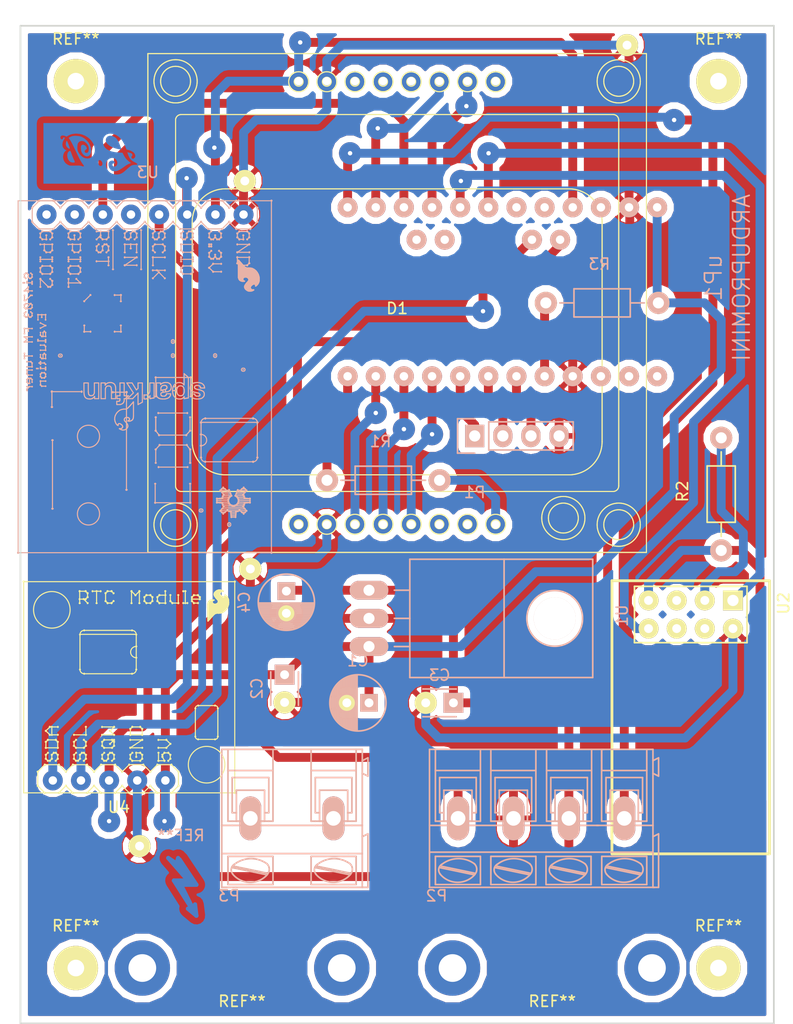
<source format=kicad_pcb>
(kicad_pcb (version 4) (host pcbnew 4.0.4-stable)
  (layers (0 F.Cu signal) (31 B.Cu signal) (34 B.Paste user) (35 F.Paste user) (36 B.SilkS user) (37 F.SilkS user) (38 B.Mask user) (39 F.Mask user) (44 Edge.Cuts user))
  (net 0 "")
  (net 1 +5V)
  (net 2 GNDPWR)
  (net 3 /3V3_ESP)
  (net 4 +3V3)
  (net 5 "Net-(D1-Pad3)")
  (net 6 "Net-(D1-Pad4)")
  (net 7 "Net-(D1-Pad5)")
  (net 8 "Net-(D1-Pad6)")
  (net 9 "Net-(D1-Pad7)")
  (net 10 "Net-(D1-Pad8)")
  (net 11 "Net-(P1-Pad1)")
  (net 12 "Net-(P1-Pad2)")
  (net 13 "Net-(P1-Pad3)")
  (net 14 /PWM_OUT)
  (net 15 "Net-(R1-Pad2)")
  (net 16 "Net-(R2-Pad2)")
  (net 17 /SQW)
  (net 18 "Net-(U2-Pad1)")
  (net 19 "Net-(U2-Pad8)")
  (net 20 "Net-(U3-Pad3)")
  (net 21 "Net-(U3-Pad5)")
  (net 22 "Net-(U3-Pad6)")
  (module Wire_Pads:VIA_2mm_0.8mm (layer F.Cu) (at 35.75 94)
    (fp_text reference "" (at 0 -3.81) (layer F.SilkS))
    (fp_text value "")
    (pad 1 thru_hole circle (at 0 0) (size 2 2) (drill 0.8) (layers *.Cu *.Mask F.SilkS) (net 2 GNDPWR))
  )
  (module ExternalBoard:SparkFun_RTC_Module (layer F.Cu) (at 33 83)
    (fp_text reference U4 (at 0.889 7.493) (layer F.SilkS))
    (fp_text value SparkFun_RTC_Module)
    (pad 1 thru_hole circle (at -5.08 5.08) (size 1.8 1.8) (drill 0.762) (layers *.Cu *.Mask) (net 22 "Net-(U3-Pad6)"))
    (pad 2 thru_hole circle (at -2.54 5.08) (size 1.8 1.8) (drill 0.762) (layers *.Cu *.Mask) (net 21 "Net-(U3-Pad5)"))
    (pad 3 thru_hole circle (at 0 5.08) (size 1.8 1.8) (drill 0.762) (layers *.Cu *.Mask) (net 17 /SQW))
    (pad 4 thru_hole circle (at 2.54 5.08) (size 1.8 1.8) (drill 0.762) (layers *.Cu *.Mask) (net 2 GNDPWR))
    (pad 5 thru_hole circle (at 5.08 5.08) (size 1.8 1.8) (drill 0.762) (layers *.Cu *.Mask) (net 1 +5V))
  )
  (module ExternalBoard:Si4703_Module (layer B.Cu) (at 36.5 51)
    (fp_text reference U3 (at 0 -17.78) (layer B.SilkS) (effects (justify mirror)))
    (fp_text value Si4703_Module)
    (pad 1 thru_hole circle (at -9.144 -13.97) (size 1.8 1.8) (drill 0.762) (layers *.Cu *.Mask))
    (pad 2 thru_hole circle (at -6.604 -13.97) (size 1.8 1.8) (drill 0.762) (layers *.Cu *.Mask))
    (pad 3 thru_hole circle (at -4.064 -13.97) (size 1.8 1.8) (drill 0.762) (layers *.Cu *.Mask) (net 20 "Net-(U3-Pad3)"))
    (pad 4 thru_hole circle (at -1.524 -13.97) (size 1.8 1.8) (drill 0.762) (layers *.Cu *.Mask))
    (pad 5 thru_hole circle (at 1.016 -13.97) (size 1.8 1.8) (drill 0.762) (layers *.Cu *.Mask) (net 21 "Net-(U3-Pad5)"))
    (pad 6 thru_hole circle (at 3.556 -13.97) (size 1.8 1.8) (drill 0.762) (layers *.Cu *.Mask) (net 22 "Net-(U3-Pad6)"))
    (pad 7 thru_hole circle (at 6.096 -13.97) (size 1.8 1.8) (drill 0.762) (layers *.Cu *.Mask) (net 4 +3V3))
    (pad 8 thru_hole circle (at 8.636 -13.97) (size 1.8 1.8) (drill 0.762) (layers *.Cu *.Mask) (net 2 GNDPWR))
  )
  (module Symbols:Symbol_Highvoltage_Type1_CopperTop_Small (layer B.Cu) (at 40.5 98.25 180)
    (fp_text reference REF** (at 1.016 5.207 180) (layer B.SilkS) (effects (justify mirror)))
    (fp_text value Symbol_Highvoltage_Type1_CopperTop_Small)
    (fp_line (start 1.397 2.794) (end 0 0.889) (layer B.Cu) (width 0.381))
    (fp_line (start 0 0.889) (end 1.27 0.889) (layer B.Cu) (width 0.381))
    (fp_line (start -0.254 -1.016) (end -0.381 -2.032) (layer B.Cu) (width 0.381))
    (fp_line (start -0.381 -2.032) (end 0.381 -1.397) (layer B.Cu) (width 0.381))
    (fp_line (start 0.381 -1.397) (end -0.127 -1.651) (layer B.Cu) (width 0.381))
    (fp_line (start -0.127 -1.651) (end 1.651 1.143) (layer B.Cu) (width 0.381))
    (fp_line (start 1.651 1.143) (end 0.381 1.143) (layer B.Cu) (width 0.381))
    (fp_line (start 0.381 1.143) (end 2.159 3.175) (layer B.Cu) (width 0.381))
    (fp_line (start 2.159 3.175) (end 1.397 2.667) (layer B.Cu) (width 0.381))
    (fp_line (start 1.397 2.667) (end 1.27 3.175) (layer B.Cu) (width 0.381))
    (fp_line (start 1.143 3.048) (end -0.381 0.762) (layer B.Cu) (width 0.381))
    (fp_line (start -0.381 0.762) (end 1.016 0.762) (layer B.Cu) (width 0.381))
    (fp_line (start 1.016 0.762) (end -0.127 -1.524) (layer B.Cu) (width 0.381))
    (fp_line (start -0.127 -1.524) (end -0.254 -1.016) (layer B.Cu) (width 0.381))
  )
  (module Wire_Pads:VIA_2mm_0.8mm (layer F.Cu) (at 45.75 69)
    (fp_text reference "" (at 0 -3.81) (layer F.SilkS))
    (fp_text value "")
    (pad 1 thru_hole circle (at 0 0) (size 2 2) (drill 0.8) (layers *.Cu *.Mask F.SilkS) (net 2 GNDPWR))
  )
  (module Wire_Pads:VIA_2mm_0.8mm (layer F.Cu) (at 45.25 34)
    (fp_text reference "" (at 0 -3.81) (layer F.SilkS))
    (fp_text value "")
    (pad 1 thru_hole circle (at 0 0) (size 2 2) (drill 0.8) (layers *.Cu *.Mask F.SilkS) (net 2 GNDPWR))
  )
  (module ExternalBoard:ArduProMini (layer B.Cu) (at 68.5 44 90)
    (fp_text reference uP1 (at 1.27 19.05 90) (layer B.SilkS) (effects (font (size 1.5 1.5)) (justify mirror)))
    (fp_text value ARDUPROMINI (at 1.27 21.59 90) (layer B.SilkS) (effects (font (size 1.5 1.5)) (justify mirror)))
    (pad 7 thru_hole circle (at -7.62 13.97 90) (size 1.8 1.8) (drill 0.762) (layers *.Cu *.Mask B.SilkS))
    (pad 8 thru_hole circle (at -7.62 11.43 90) (size 1.8 1.8) (drill 0.762) (layers *.Cu *.Mask B.SilkS))
    (pad 9 thru_hole circle (at -7.62 8.89 90) (size 1.8 1.8) (drill 0.762) (layers *.Cu *.Mask B.SilkS))
    (pad 10 thru_hole circle (at -7.62 6.35 90) (size 1.8 1.8) (drill 0.762) (layers *.Cu *.Mask B.SilkS) (net 2 GNDPWR))
    (pad 11 thru_hole circle (at -7.62 3.81 90) (size 1.8 1.8) (drill 0.762) (layers *.Cu *.Mask B.SilkS) (net 17 /SQW))
    (pad 12 thru_hole circle (at -7.62 1.27 90) (size 1.8 1.8) (drill 0.762) (layers *.Cu *.Mask B.SilkS) (net 13 "Net-(P1-Pad3)"))
    (pad 13 thru_hole circle (at -7.62 -1.27 90) (size 1.8 1.8) (drill 0.762) (layers *.Cu *.Mask B.SilkS) (net 12 "Net-(P1-Pad2)"))
    (pad 14 thru_hole circle (at -7.62 -3.81 90) (size 1.8 1.8) (drill 0.762) (layers *.Cu *.Mask B.SilkS) (net 11 "Net-(P1-Pad1)"))
    (pad 15 thru_hole circle (at -7.62 -6.35 90) (size 1.8 1.8) (drill 0.762) (layers *.Cu *.Mask B.SilkS) (net 7 "Net-(D1-Pad5)"))
    (pad 16 thru_hole circle (at -7.62 -8.89 90) (size 1.8 1.8) (drill 0.762) (layers *.Cu *.Mask B.SilkS) (net 6 "Net-(D1-Pad4)"))
    (pad 17 thru_hole circle (at -7.62 -11.43 90) (size 1.8 1.8) (drill 0.762) (layers *.Cu *.Mask B.SilkS) (net 5 "Net-(D1-Pad3)"))
    (pad 18 thru_hole circle (at -7.62 -13.97 90) (size 1.8 1.8) (drill 0.762) (layers *.Cu *.Mask B.SilkS) (net 15 "Net-(R1-Pad2)"))
    (pad 19 thru_hole circle (at 7.62 13.97 90) (size 1.8 1.8) (drill 0.762) (layers *.Cu *.Mask B.SilkS) (net 1 +5V))
    (pad 20 thru_hole circle (at 7.62 11.43 90) (size 1.8 1.8) (drill 0.762) (layers *.Cu *.Mask B.SilkS) (net 2 GNDPWR))
    (pad 21 thru_hole circle (at 7.62 8.89 90) (size 1.8 1.8) (drill 0.762) (layers *.Cu *.Mask B.SilkS))
    (pad 22 thru_hole circle (at 7.62 6.35 90) (size 1.8 1.8) (drill 0.762) (layers *.Cu *.Mask B.SilkS) (net 4 +3V3))
    (pad 23 thru_hole circle (at 7.62 3.81 90) (size 1.8 1.8) (drill 0.762) (layers *.Cu *.Mask B.SilkS))
    (pad 24 thru_hole circle (at 7.62 1.27 90) (size 1.8 1.8) (drill 0.762) (layers *.Cu *.Mask B.SilkS))
    (pad 25 thru_hole circle (at 7.62 -1.27 90) (size 1.8 1.8) (drill 0.762) (layers *.Cu *.Mask B.SilkS) (net 18 "Net-(U2-Pad1)"))
    (pad 26 thru_hole circle (at 7.62 -3.81 90) (size 1.8 1.8) (drill 0.762) (layers *.Cu *.Mask B.SilkS) (net 19 "Net-(U2-Pad8)"))
    (pad 27 thru_hole circle (at 7.62 -6.35 90) (size 1.8 1.8) (drill 0.762) (layers *.Cu *.Mask B.SilkS) (net 9 "Net-(D1-Pad7)"))
    (pad 28 thru_hole circle (at 7.62 -8.89 90) (size 1.8 1.8) (drill 0.762) (layers *.Cu *.Mask B.SilkS) (net 20 "Net-(U3-Pad3)"))
    (pad 29 thru_hole circle (at 7.62 -11.43 90) (size 1.8 1.8) (drill 0.762) (layers *.Cu *.Mask B.SilkS) (net 8 "Net-(D1-Pad6)"))
    (pad 30 thru_hole circle (at 7.62 -13.97 90) (size 1.8 1.8) (drill 0.762) (layers *.Cu *.Mask B.SilkS) (net 14 /PWM_OUT))
    (pad 32 thru_hole circle (at 4.699 5.207 90) (size 1.8 1.8) (drill 0.762) (layers *.Cu *.Mask B.SilkS) (net 21 "Net-(U3-Pad5)"))
    (pad 31 thru_hole circle (at 4.699 2.667 90) (size 1.8 1.8) (drill 0.762) (layers *.Cu *.Mask B.SilkS) (net 22 "Net-(U3-Pad6)"))
    (pad 34 thru_hole circle (at 4.699 -5.207 90) (size 1.8 1.8) (drill 0.762) (layers *.Cu *.Mask B.SilkS))
    (pad 33 thru_hole circle (at 4.699 -7.747 90) (size 1.8 1.8) (drill 0.762) (layers *.Cu *.Mask B.SilkS))
  )
  (module Wire_Pads:SolderWirePad_single_1-5mmDrill (layer F.Cu) (at 88 25)
    (fp_text reference REF** (at 0 -3.81) (layer F.SilkS))
    (fp_text value SolderWirePad_single_1-5mmDrill hide)
    (pad 1 thru_hole circle (at 0 0) (size 4.0005 4.0005) (drill 1.50114) (layers *.Cu *.Mask F.SilkS))
  )
  (module Wire_Pads:SolderWirePad_single_1-5mmDrill (layer F.Cu) (at 88 105)
    (fp_text reference REF** (at 0 -3.81) (layer F.SilkS))
    (fp_text value SolderWirePad_single_1-5mmDrill hide)
    (pad 1 thru_hole circle (at 0 0) (size 4.0005 4.0005) (drill 1.50114) (layers *.Cu *.Mask F.SilkS))
  )
  (module Wire_Pads:SolderWirePad_single_1-5mmDrill (layer F.Cu) (at 30 105)
    (fp_text reference REF** (at 0 -3.81) (layer F.SilkS))
    (fp_text value SolderWirePad_single_1-5mmDrill hide)
    (pad 1 thru_hole circle (at 0 0) (size 4.0005 4.0005) (drill 1.50114) (layers *.Cu *.Mask F.SilkS))
  )
  (module Wire_Pads:SolderWirePad_single_1-5mmDrill (layer F.Cu) (at 30 25)
    (fp_text reference REF** (at 0 -3.81) (layer F.SilkS))
    (fp_text value SolderWirePad_single_1-5mmDrill hide)
    (pad 1 thru_hole circle (at 0 0) (size 4.0005 4.0005) (drill 1.50114) (layers *.Cu *.Mask F.SilkS))
  )
  (module Display:Nokia3310_SparkFun (layer F.Cu) (at 59 45)
    (fp_text reference D1 (at 0 0.5) (layer F.SilkS))
    (fp_text value Nokia3310_SparkFun)
    (pad 1 thru_hole circle (at -8.89 20) (size 1.8 1.8) (drill 0.762) (layers *.Cu *.Mask))
    (pad 2 thru_hole circle (at -6.35 20) (size 1.8 1.8) (drill 0.762) (layers *.Cu *.Mask) (net 2 GNDPWR))
    (pad 3 thru_hole circle (at -3.81 20) (size 1.8 1.8) (drill 0.762) (layers *.Cu *.Mask) (net 5 "Net-(D1-Pad3)"))
    (pad 4 thru_hole circle (at -1.27 20) (size 1.8 1.8) (drill 0.762) (layers *.Cu *.Mask) (net 6 "Net-(D1-Pad4)"))
    (pad 5 thru_hole circle (at 1.27 20) (size 1.8 1.8) (drill 0.762) (layers *.Cu *.Mask) (net 7 "Net-(D1-Pad5)"))
    (pad 6 thru_hole circle (at 3.81 20) (size 1.8 1.8) (drill 0.762) (layers *.Cu *.Mask))
    (pad 7 thru_hole circle (at 6.35 20) (size 1.8 1.8) (drill 0.762) (layers *.Cu *.Mask))
    (pad 8 thru_hole circle (at 8.89 20) (size 1.8 1.8) (drill 0.762) (layers *.Cu *.Mask) (net 10 "Net-(D1-Pad8)"))
    (pad 1 thru_hole circle (at -8.89 -20) (size 1.8 1.8) (drill 0.762) (layers *.Cu *.Mask) (net 4 +3V3))
    (pad 2 thru_hole circle (at -6.35 -20) (size 1.8 1.8) (drill 0.762) (layers *.Cu *.Mask) (net 2 GNDPWR))
    (pad 3 thru_hole circle (at -3.81 -20) (size 1.8 1.8) (drill 0.762) (layers *.Cu *.Mask))
    (pad 4 thru_hole circle (at -1.27 -20) (size 1.8 1.8) (drill 0.762) (layers *.Cu *.Mask))
    (pad 5 thru_hole circle (at 1.27 -20) (size 1.8 1.8) (drill 0.762) (layers *.Cu *.Mask))
    (pad 6 thru_hole circle (at 3.81 -20) (size 1.8 1.8) (drill 0.762) (layers *.Cu *.Mask) (net 8 "Net-(D1-Pad6)"))
    (pad 7 thru_hole circle (at 6.35 -20) (size 1.8 1.8) (drill 0.762) (layers *.Cu *.Mask) (net 9 "Net-(D1-Pad7)"))
    (pad 8 thru_hole circle (at 8.89 -20) (size 1.8 1.8) (drill 0.762) (layers *.Cu *.Mask))
  )
  (module Socket_Strips:Socket_Strip_Straight_1x04 (layer B.Cu) (at 66 57)
    (fp_text reference P1 (at 0 5.1) (layer B.SilkS) (effects (justify mirror)))
    (fp_text value Rotary_Conn)
    (pad 1 thru_hole rect (at 0 0) (size 1.7272 2.032) (drill 1.016) (layers *.Cu *.Mask B.SilkS) (net 11 "Net-(P1-Pad1)"))
    (pad 2 thru_hole oval (at 2.54 0) (size 1.7272 2.032) (drill 1.016) (layers *.Cu *.Mask B.SilkS) (net 12 "Net-(P1-Pad2)"))
    (pad 3 thru_hole oval (at 5.08 0) (size 1.7272 2.032) (drill 1.016) (layers *.Cu *.Mask B.SilkS) (net 13 "Net-(P1-Pad3)"))
    (pad 4 thru_hole oval (at 7.62 0) (size 1.7272 2.032) (drill 1.016) (layers *.Cu *.Mask B.SilkS) (net 2 GNDPWR))
  )
  (module Connect:AK300-4 (layer B.Cu) (at 64.5 91.5)
    (fp_text reference P2 (at -1.945 6.985) (layer B.SilkS) (effects (justify mirror)))
    (fp_text value CONN_01X04)
    (pad 1 thru_hole oval (at 0 0) (size 1.9812 3.9624) (drill 1.3208) (layers *.Cu B.Paste B.SilkS B.Mask) (net 1 +5V))
    (pad 2 thru_hole oval (at 5 0) (size 1.9812 3.9624) (drill 1.3208) (layers *.Cu B.Paste B.SilkS B.Mask) (net 2 GNDPWR))
    (pad 4 thru_hole oval (at 15 0) (size 1.9812 3.9624) (drill 1.3208) (layers *.Cu B.Paste B.SilkS B.Mask) (net 14 /PWM_OUT))
    (pad 3 thru_hole oval (at 10 0) (size 1.9812 3.9624) (drill 1.3208) (layers *.Cu *.Mask B.SilkS) (net 3 /3V3_ESP))
  )
  (module Resistors_ThroughHole:Resistor_Horizontal_RM10mm (layer B.Cu) (at 57.75 61 180)
    (fp_text reference R1 (at 0.24892 3.50012 180) (layer B.SilkS) (effects (justify mirror)))
    (fp_text value 390Ω)
    (pad 1 thru_hole circle (at -5.08 0 180) (size 1.99898 1.99898) (drill 1.00076) (layers *.Cu *.SilkS *.Mask) (net 10 "Net-(D1-Pad8)"))
    (pad 2 thru_hole circle (at 5.08 0 180) (size 1.99898 1.99898) (drill 1.00076) (layers *.Cu *.SilkS *.Mask) (net 15 "Net-(R1-Pad2)"))
  )
  (module Resistors_ThroughHole:Resistor_Horizontal_RM10mm (layer F.Cu) (at 88.25 62.25 90)
    (fp_text reference R2 (at 0.24892 -3.50012 90) (layer F.SilkS))
    (fp_text value 3K3)
    (pad 1 thru_hole circle (at -5.08 0 90) (size 1.99898 1.99898) (drill 1.00076) (layers *.Cu *.SilkS *.Mask) (net 3 /3V3_ESP))
    (pad 2 thru_hole circle (at 5.08 0 90) (size 1.99898 1.99898) (drill 1.00076) (layers *.Cu *.SilkS *.Mask) (net 16 "Net-(R2-Pad2)"))
  )
  (module Resistors_ThroughHole:Resistor_Horizontal_RM10mm (layer B.Cu) (at 77.5 45 180)
    (fp_text reference R3 (at 0.24892 3.50012 180) (layer B.SilkS) (effects (justify mirror)))
    (fp_text value 10K)
    (pad 1 thru_hole circle (at -5.08 0 180) (size 1.99898 1.99898) (drill 1.00076) (layers *.Cu *.SilkS *.Mask) (net 1 +5V))
    (pad 2 thru_hole circle (at 5.08 0 180) (size 1.99898 1.99898) (drill 1.00076) (layers *.Cu *.SilkS *.Mask) (net 17 /SQW))
  )
  (module ExternalBoard:ESP-01 (layer F.Cu) (at 85.5 82 270)
    (fp_text reference U2 (at -9.906 -8.382 270) (layer F.SilkS))
    (fp_text value ESP-01v090)
    (pad 1 thru_hole rect (at -10.16 -3.81 270) (size 1.8 1.8) (drill 1.016) (layers *.Cu *.Mask F.SilkS) (net 18 "Net-(U2-Pad1)"))
    (pad 2 thru_hole circle (at -7.62 -3.81 270) (size 1.8 1.8) (drill 0.8) (layers *.Cu *.Mask F.SilkS) (net 2 GNDPWR))
    (pad 3 thru_hole circle (at -10.16 -1.27 270) (size 1.8 1.8) (drill 0.8) (layers *.Cu *.Mask F.SilkS) (net 16 "Net-(R2-Pad2)"))
    (pad 4 thru_hole circle (at -7.62 -1.27 270) (size 1.8 1.8) (drill 0.8) (layers *.Cu *.Mask F.SilkS))
    (pad 5 thru_hole circle (at -10.16 1.27 270) (size 1.8 1.8) (drill 0.8) (layers *.Cu *.Mask F.SilkS))
    (pad 6 thru_hole circle (at -7.62 1.27 270) (size 1.8 1.8) (drill 0.8) (layers *.Cu *.Mask F.SilkS))
    (pad 7 thru_hole circle (at -10.16 3.81 270) (size 1.8 1.8) (drill 0.8) (layers *.Cu *.Mask F.SilkS) (net 3 /3V3_ESP))
    (pad 8 thru_hole circle (at -7.62 3.81 270) (size 1.8 1.8) (drill 0.8) (layers *.Cu *.Mask F.SilkS) (net 19 "Net-(U2-Pad8)"))
  )
  (module TO_SOT_Packages_THT:TO-220_Neutral123_Horizontal_LargePads (layer B.Cu) (at 56.46 73.46 90)
    (fp_text reference U1 (at 0.24892 22.84984 90) (layer B.SilkS) (effects (justify mirror)))
    (fp_text value 7833)
    (pad 2 thru_hole oval (at 0 0) (size 3.50012 1.69926) (drill 1.00076) (layers *.Cu *.Mask B.SilkS) (net 2 GNDPWR))
    (pad 1 thru_hole oval (at -2.54 0) (size 3.50012 1.69926) (drill 1.00076) (layers *.Cu *.Mask B.SilkS) (net 1 +5V))
    (pad 3 thru_hole oval (at 2.54 0) (size 3.50012 1.69926) (drill 1.00076) (layers *.Cu *.Mask B.SilkS) (net 3 /3V3_ESP))
    (pad "" np_thru_hole circle (at 0 16.764) (size 3.79984 3.79984) (drill 3.79984) (layers *.Cu *.Mask B.SilkS))
  )
  (module Mounting_Holes:FermaCavi (layer F.Cu) (at 45 105)
    (fp_text reference REF** (at 0 3) (layer F.SilkS))
    (fp_text value FermaCavi)
    (pad "" thru_hole circle (at -9 0) (size 5 5) (drill 2.5) (layers *.Cu *.Mask))
    (pad " " thru_hole circle (at 9 0) (size 5 5) (drill 2.5) (layers *.Cu *.Mask))
  )
  (module Mounting_Holes:FermaCavi (layer F.Cu) (at 73 105)
    (fp_text reference REF** (at 0 3) (layer F.SilkS))
    (fp_text value FermaCavi)
    (pad "" thru_hole circle (at -9 0) (size 5 5) (drill 2.5) (layers *.Cu *.Mask))
    (pad " " thru_hole circle (at 9 0) (size 5 5) (drill 2.5) (layers *.Cu *.Mask))
  )
  (module Capacitors_ThroughHole:C_Radial_D5_L11_P2 (layer B.Cu) (at 56.46 81.08 180)
    (fp_text reference C1 (at 1 3.8 180) (layer B.SilkS) (effects (justify mirror)))
    (fp_text value 22μF)
    (pad 1 thru_hole rect (at 0 0 180) (size 1.6 1.6) (drill 0.8) (layers *.Cu *.Mask B.SilkS) (net 1 +5V))
    (pad 2 thru_hole circle (at 2 0 180) (size 1.8 1.8) (drill 0.8) (layers *.Cu *.Mask F.SilkS) (net 2 GNDPWR))
  )
  (module Capacitors_ThroughHole:C_Disc_D3_P2.5 (layer B.Cu) (at 48.84 78.54 270)
    (fp_text reference C2 (at 1.25 2.5 270) (layer B.SilkS) (effects (justify mirror)))
    (fp_text value 1nF)
    (pad 1 thru_hole rect (at 0 0 270) (size 1.8 1.8) (drill 0.8) (layers *.Cu *.Mask B.SilkS) (net 1 +5V))
    (pad 2 thru_hole circle (at 2.5 0 270) (size 2 2) (drill 0.8) (layers *.Cu *.Mask F.SilkS) (net 2 GNDPWR))
  )
  (module Capacitors_ThroughHole:C_Disc_D3_P2.5 (layer B.Cu) (at 64.08 81.08 180)
    (fp_text reference C3 (at 1.25 2.5 180) (layer B.SilkS) (effects (justify mirror)))
    (fp_text value 1nF)
    (pad 1 thru_hole rect (at 0 0 180) (size 1.8 1.8) (drill 0.8) (layers *.Cu *.Mask B.SilkS) (net 3 /3V3_ESP))
    (pad 2 thru_hole circle (at 2.5 0 180) (size 2 2) (drill 0.8) (layers *.Cu *.Mask F.SilkS) (net 2 GNDPWR))
  )
  (module Capacitors_ThroughHole:C_Radial_D5_L11_P2 (layer B.Cu) (at 49 71 270)
    (fp_text reference C4 (at 1 3.8 270) (layer B.SilkS) (effects (justify mirror)))
    (fp_text value 22μF)
    (pad 1 thru_hole rect (at 0 0 270) (size 1.6 1.6) (drill 0.8) (layers *.Cu *.Mask B.SilkS) (net 3 /3V3_ESP))
    (pad 2 thru_hole circle (at 2 0 270) (size 1.8 1.8) (drill 0.8) (layers *.Cu *.Mask F.SilkS) (net 2 GNDPWR))
  )
  (module Connect:AK300-2_LARGE (layer B.Cu) (at 49.5 91.5)
    (fp_text reference P3 (at -5.67 6.985) (layer B.SilkS) (effects (justify mirror)))
    (fp_text value CONN_01X02)
    (pad 1 thru_hole oval (at -3.75 0) (size 1.9812 3.9624) (drill 1.3208) (layers *.Cu B.Paste B.SilkS B.Mask))
    (pad 2 thru_hole oval (at 3.75 0) (size 1.9812 3.9624) (drill 1.3208) (layers *.Cu B.Paste B.SilkS B.Mask))
  )
  (module Labels:Firma_piccola (layer F.Cu) (at 31.75 31.5)
    (fp_text reference G*** hide)
    (fp_text value LOGO hide)
    (fp_poly (pts (xy 4.6736 2.7432) (xy -4.6736 2.7432) (xy -4.6736 -1.440308) (xy -3.152031 -1.440308) (xy -3.142507 -1.35373) (xy -3.105203 -1.28905) (xy -3.046424 -1.251196) (xy -2.982606 -1.248761) (xy -2.928853 -1.276264) (xy -2.900265 -1.328226) (xy -2.900404 -1.363366) (xy -2.889504 -1.403147) (xy -2.848221 -1.418201) (xy -2.780914 -1.414908) (xy -2.754383 -1.382854) (xy -2.770345 -1.325758) (xy -2.790948 -1.294096) (xy -2.891545 -1.126866) (xy -2.952278 -0.95587) (xy -2.973131 -0.788103) (xy -2.954085 -0.630556) (xy -2.895126 -0.490224) (xy -2.796235 -0.3741) (xy -2.793157 -0.371488) (xy -2.726185 -0.32403) (xy -2.662544 -0.292416) (xy -2.652583 -0.2894) (xy -2.591281 -0.274014) (xy -2.673126 -0.218858) (xy -2.731052 -0.164018) (xy -2.792713 -0.081165) (xy -2.830256 -0.016497) (xy -2.89264 0.158957) (xy -2.910082 0.344684) (xy -2.884249 0.530747) (xy -2.816805 0.707209) (xy -2.709416 0.864133) (xy -2.676835 0.898834) (xy -2.594828 0.9674) (xy -2.494224 1.033675) (xy -2.4384 1.063357) (xy -2.388772 1.085681) (xy -2.341923 1.102634) (xy -2.290553 1.114702) (xy -2.227364 1.122369) (xy -2.145057 1.126122) (xy -2.036332 1.126446) (xy -1.89389 1.123827) (xy -1.710432 1.11875) (xy -1.6383 1.116577) (xy -1.498959 1.115202) (xy -1.392305 1.122153) (xy -1.300639 1.139311) (xy -1.2319 1.159732) (xy -1.125008 1.190758) (xy -1.057338 1.197961) (xy -1.023141 1.181141) (xy -1.016 1.152235) (xy -1.030906 1.114554) (xy -1.069738 1.052358) (xy -1.117089 0.988218) (xy -1.206047 0.864029) (xy -1.236316 0.814896) (xy 0.254 0.814896) (xy 0.254 0.815349) (xy 0.268655 0.933217) (xy 0.308044 1.032599) (xy 0.365298 1.107942) (xy 0.433551 1.15369) (xy 0.505935 1.164289) (xy 0.575583 1.134185) (xy 0.607756 1.101474) (xy 0.652613 1.005982) (xy 0.65447 0.896365) (xy 0.61496 0.782756) (xy 0.539731 0.67945) (xy 0.46006 0.622125) (xy 0.382996 0.611124) (xy 0.317196 0.642329) (xy 0.271312 0.711625) (xy 0.254 0.814896) (xy -1.236316 0.814896) (xy -1.305122 0.703213) (xy -1.415661 0.503268) (xy -1.539013 0.261691) (xy -1.676525 -0.024021) (xy -1.764759 -0.214119) (xy -1.906266 -0.516866) (xy -2.031583 -0.772909) (xy -2.141354 -0.983474) (xy -2.236221 -1.149789) (xy -2.316828 -1.273078) (xy -2.327295 -1.287356) (xy -2.365631 -1.342366) (xy -2.386388 -1.379177) (xy -2.3876 -1.38394) (xy -2.366338 -1.401508) (xy -2.31015 -1.433519) (xy -2.230433 -1.473564) (xy -2.21615 -1.480339) (xy -2.135866 -1.516392) (xy -2.068896 -1.539788) (xy -2.000012 -1.55327) (xy -1.913984 -1.559581) (xy -1.795584 -1.561465) (xy -1.7653 -1.561555) (xy -1.552207 -1.552162) (xy -1.370723 -1.519867) (xy -1.204991 -1.459867) (xy -1.039156 -1.36736) (xy -0.969896 -1.320639) (xy -0.763286 -1.148051) (xy -0.59949 -0.951796) (xy -0.480166 -0.734913) (xy -0.40697 -0.500438) (xy -0.381561 -0.25141) (xy -0.381558 -0.242314) (xy -0.397991 -0.065835) (xy -0.44748 0.075811) (xy -0.53214 0.188084) (xy -0.557135 0.2106) (xy -0.657327 0.265072) (xy -0.769113 0.276038) (xy -0.885599 0.247307) (xy -0.999892 0.182692) (xy -1.105097 0.086001) (xy -1.194323 -0.038955) (xy -1.256499 -0.175975) (xy -1.280237 -0.276607) (xy -1.292558 -0.396558) (xy -1.2931 -0.517284) (xy -1.281503 -0.620239) (xy -1.266146 -0.671417) (xy -1.214796 -0.733123) (xy -1.140815 -0.759219) (xy -1.054049 -0.753157) (xy -0.964343 -0.71839) (xy -0.881546 -0.658369) (xy -0.815502 -0.576546) (xy -0.782566 -0.50188) (xy -0.765252 -0.434755) (xy -0.767604 -0.398187) (xy -0.791851 -0.375018) (xy -0.799664 -0.370402) (xy -0.892493 -0.301349) (xy -0.947912 -0.22531) (xy -0.962803 -0.150026) (xy -0.934049 -0.083239) (xy -0.92075 -0.06973) (xy -0.85215 -0.027662) (xy -0.772986 -0.024003) (xy -0.733275 -0.032558) (xy -0.667647 -0.074497) (xy -0.618388 -0.154446) (xy -0.587214 -0.261774) (xy -0.575842 -0.385849) (xy -0.585987 -0.516042) (xy -0.619368 -0.641721) (xy -0.630525 -0.668899) (xy -0.698817 -0.785567) (xy -0.794104 -0.899072) (xy -0.903493 -0.997132) (xy -1.014087 -1.067464) (xy -1.073201 -1.090572) (xy -1.22528 -1.111864) (xy -1.359603 -1.087998) (xy -1.471661 -1.020759) (xy -1.556944 -0.911931) (xy -1.565319 -0.895851) (xy -1.588737 -0.836257) (xy -1.603371 -0.763229) (xy -1.610874 -0.664181) (xy -1.6129 -0.5334) (xy -1.61177 -0.409645) (xy -1.60641 -0.320966) (xy -1.593862 -0.251658) (xy -1.571173 -0.186014) (xy -1.535385 -0.108328) (xy -1.531356 -0.100076) (xy -1.446934 0.037752) (xy -1.334136 0.173356) (xy -1.20621 0.293377) (xy -1.076407 0.384457) (xy -1.024629 0.410817) (xy -0.852652 0.46442) (xy -0.678072 0.477933) (xy -0.5146 0.450845) (xy -0.462842 0.431805) (xy -0.310918 0.339815) (xy -0.185821 0.210156) (xy -0.093739 0.05158) (xy -0.040861 -0.127165) (xy -0.034505 -0.17386) (xy -0.03498 -0.406995) (xy -0.082519 -0.638748) (xy -0.173572 -0.86343) (xy -0.285416 -1.044346) (xy 0.686357 -1.044346) (xy 0.703183 -0.880169) (xy 0.742346 -0.731492) (xy 0.767833 -0.6731) (xy 0.884551 -0.501101) (xy 1.043454 -0.357084) (xy 1.244603 -0.241019) (xy 1.488059 -0.152882) (xy 1.773881 -0.092644) (xy 2.102129 -0.060279) (xy 2.122481 -0.059256) (xy 2.454263 -0.043397) (xy 2.550656 0.143854) (xy 2.614309 0.257677) (xy 2.688933 0.376864) (xy 2.75849 0.475811) (xy 2.759175 0.476702) (xy 2.827379 0.55546) (xy 2.912487 0.639675) (xy 3.004469 0.721007) (xy 3.093296 0.791115) (xy 3.168938 0.84166) (xy 3.221368 0.8643) (xy 3.2258 0.864753) (xy 3.224192 0.873285) (xy 3.18348 0.894236) (xy 3.112451 0.923092) (xy 3.1115 0.923449) (xy 3.020423 0.96067) (xy 2.931633 1.004539) (xy 2.835755 1.060733) (xy 2.723414 1.134925) (xy 2.585233 1.232788) (xy 2.510872 1.286981) (xy 2.396734 1.366056) (xy 2.27427 1.443489) (xy 2.162767 1.507351) (xy 2.117172 1.530457) (xy 2.011782 1.576287) (xy 1.923886 1.601385) (xy 1.827682 1.611551) (xy 1.750428 1.6129) (xy 1.645119 1.610571) (xy 1.5726 1.600714) (xy 1.514962 1.579026) (xy 1.455441 1.541995) (xy 1.357526 1.449926) (xy 1.279139 1.329559) (xy 1.224378 1.193634) (xy 1.197347 1.054891) (xy 1.202146 0.92607) (xy 1.230034 0.841807) (xy 1.301528 0.749662) (xy 1.397616 0.688331) (xy 1.504935 0.662879) (xy 1.610125 0.678373) (xy 1.633619 0.688772) (xy 1.704946 0.741573) (xy 1.757658 0.810126) (xy 1.777435 0.873273) (xy 1.76997 0.904417) (xy 1.737337 0.912421) (xy 1.690672 0.906875) (xy 1.609108 0.908811) (xy 1.560243 0.948385) (xy 1.541358 1.028138) (xy 1.540933 1.046711) (xy 1.562768 1.131822) (xy 1.621487 1.189839) (xy 1.70691 1.212789) (xy 1.749305 1.209894) (xy 1.855561 1.171045) (xy 1.932411 1.099628) (xy 1.979943 1.004436) (xy 1.998246 0.89426) (xy 1.987408 0.777895) (xy 1.947518 0.664132) (xy 1.878664 0.561763) (xy 1.780934 0.479583) (xy 1.741745 0.458093) (xy 1.60049 0.413647) (xy 1.455613 0.417338) (xy 1.305127 0.467414) (xy 1.164419 0.559496) (xy 1.058713 0.68578) (xy 0.991278 0.840799) (xy 0.965381 1.019087) (xy 0.9652 1.036059) (xy 0.98452 1.228973) (xy 1.044891 1.403224) (xy 1.149929 1.567014) (xy 1.246701 1.674594) (xy 1.393146 1.78715) (xy 1.569825 1.868166) (xy 1.765421 1.915325) (xy 1.968619 1.926312) (xy 2.1681 1.898812) (xy 2.240244 1.8779) (xy 2.325646 1.845987) (xy 2.404773 1.807975) (xy 2.485379 1.758365) (xy 2.575217 1.691657) (xy 2.682041 1.602352) (xy 2.813603 1.484951) (xy 2.880373 1.423852) (xy 3.023763 1.295444) (xy 3.141345 1.199888) (xy 3.241674 1.132623) (xy 3.333304 1.089086) (xy 3.42479 1.064714) (xy 3.524685 1.054947) (xy 3.573658 1.0541) (xy 3.702015 1.047438) (xy 3.78142 1.027836) (xy 3.811892 0.995868) (xy 3.793449 0.952109) (xy 3.726108 0.897132) (xy 3.609889 0.831511) (xy 3.565991 0.810072) (xy 3.400887 0.720657) (xy 3.267615 0.620796) (xy 3.158786 0.501545) (xy 3.06701 0.35396) (xy 2.984899 0.169097) (xy 2.944407 0.057707) (xy 2.897678 -0.078113) (xy 2.991889 -0.062832) (xy 3.108261 -0.03677) (xy 3.212011 -0.000583) (xy 3.290092 0.040305) (xy 3.327689 0.076741) (xy 3.351552 0.156537) (xy 3.336075 0.222466) (xy 3.302 0.254) (xy 3.262143 0.298901) (xy 3.256274 0.361097) (xy 3.278722 0.426133) (xy 3.323816 0.479556) (xy 3.385887 0.506914) (xy 3.401651 0.508) (xy 3.465721 0.487295) (xy 3.533793 0.435412) (xy 3.589473 0.367699) (xy 3.614997 0.308263) (xy 3.614573 0.192713) (xy 3.574129 0.07075) (xy 3.501641 -0.038273) (xy 3.414159 -0.11374) (xy 3.291446 -0.187452) (xy 3.14873 -0.251753) (xy 3.001234 -0.298989) (xy 2.967551 -0.30678) (xy 2.823602 -0.337344) (xy 2.767375 -0.492522) (xy 2.632971 -0.812371) (xy 2.477859 -1.087857) (xy 2.302619 -1.318365) (xy 2.107829 -1.503281) (xy 1.894071 -1.64199) (xy 1.661925 -1.733879) (xy 1.575325 -1.755097) (xy 1.366168 -1.778335) (xy 1.178798 -1.757797) (xy 1.015827 -1.694757) (xy 0.879866 -1.590487) (xy 0.773528 -1.446261) (xy 0.724798 -1.340462) (xy 0.693139 -1.204339) (xy 0.686357 -1.044346) (xy -0.285416 -1.044346) (xy -0.304584 -1.075351) (xy -0.472004 -1.268821) (xy -0.67228 -1.438148) (xy -0.901859 -1.577645) (xy -0.914952 -1.584184) (xy -1.174547 -1.691905) (xy -1.430499 -1.754263) (xy -1.69573 -1.773922) (xy -1.8161 -1.769895) (xy -2.014121 -1.74933) (xy -2.179857 -1.711864) (xy -2.330381 -1.652624) (xy -2.444334 -1.590505) (xy -2.589968 -1.502808) (xy -2.690192 -1.551231) (xy -2.79533 -1.587172) (xy -2.908903 -1.602843) (xy -3.011271 -1.596807) (xy -3.066053 -1.578733) (xy -3.125775 -1.521019) (xy -3.152031 -1.440308) (xy -4.6736 -1.440308) (xy -4.6736 -2.7178) (xy 4.6736 -2.7178) (xy 4.6736 2.7432)) (layer B.Cu) (width 0.01))
    (fp_poly (pts (xy 1.519609 -1.55001) (xy 1.688278 -1.487249) (xy 1.693712 -1.484614) (xy 1.803119 -1.419398) (xy 1.899696 -1.33407) (xy 1.98777 -1.222377) (xy 2.071671 -1.078063) (xy 2.155726 -0.894874) (xy 2.226526 -0.714694) (xy 2.268797 -0.598826) (xy 2.303572 -0.498877) (xy 2.327371 -0.425183) (xy 2.336713 -0.38808) (xy 2.336738 -0.38735) (xy 2.319415 -0.366082) (xy 2.264552 -0.359643) (xy 2.167977 -0.367941) (xy 2.078503 -0.381589) (xy 1.841483 -0.436051) (xy 1.612379 -0.515881) (xy 1.403709 -0.615622) (xy 1.227992 -0.729821) (xy 1.171318 -0.7769) (xy 1.053186 -0.9) (xy 0.981413 -1.018394) (xy 0.953036 -1.139543) (xy 0.965093 -1.270907) (xy 0.968864 -1.28671) (xy 1.022883 -1.411644) (xy 1.110102 -1.501843) (xy 1.225386 -1.555905) (xy 1.3636 -1.572428) (xy 1.519609 -1.55001)) (layer B.Cu) (width 0.01))
    (fp_poly (pts (xy -2.254576 -0.203223) (xy -2.231247 -0.176068) (xy -2.204328 -0.118553) (xy -2.169874 -0.023153) (xy -2.14957 0.0381) (xy -2.099736 0.178726) (xy -2.037197 0.337957) (xy -1.972558 0.489259) (xy -1.947234 0.544272) (xy -1.893127 0.662613) (xy -1.861617 0.742982) (xy -1.850643 0.79182) (xy -1.858146 0.81557) (xy -1.860019 0.816933) (xy -1.916089 0.832668) (xy -2.00105 0.836163) (xy -2.094716 0.828301) (xy -2.176901 0.809965) (xy -2.1971 0.802199) (xy -2.304373 0.732723) (xy -2.391016 0.634499) (xy -2.456375 0.515662) (xy -2.499796 0.38435) (xy -2.520626 0.248697) (xy -2.518211 0.116842) (xy -2.491896 -0.00308) (xy -2.441028 -0.102933) (xy -2.364953 -0.174579) (xy -2.278255 -0.207544) (xy -2.254576 -0.203223)) (layer B.Cu) (width 0.01))
    (fp_poly (pts (xy -2.548604 -1.0954) (xy -2.519054 -1.03573) (xy -2.480918 -0.948988) (xy -2.43841 -0.845572) (xy -2.395743 -0.735881) (xy -2.357129 -0.630312) (xy -2.32678 -0.539263) (xy -2.31581 -0.50165) (xy -2.303874 -0.433609) (xy -2.319578 -0.407214) (xy -2.367298 -0.419062) (xy -2.4003 -0.435918) (xy -2.515577 -0.520511) (xy -2.600877 -0.626037) (xy -2.649983 -0.741879) (xy -2.65668 -0.85742) (xy -2.654484 -0.870038) (xy -2.62899 -0.97858) (xy -2.602108 -1.061656) (xy -2.577304 -1.109641) (xy -2.565357 -1.1176) (xy -2.548604 -1.0954)) (layer B.Cu) (width 0.01))
  )
  (module Wire_Pads:VIA_2mm_0.8mm (layer F.Cu) (at 79.75 21.75)
    (fp_text reference "" (at 0 -3.81) (layer F.SilkS))
    (fp_text value "")
    (pad 1 thru_hole circle (at 0 0) (size 2 2) (drill 0.8) (layers *.Cu *.Mask F.SilkS) (net 2 GNDPWR))
  )
  (gr_line (start 93 20) (end 25 20) (angle 90) (layer Edge.Cuts) (width 0.15))
  (gr_line (start 93 110) (end 93 20) (angle 90) (layer Edge.Cuts) (width 0.15))
  (gr_line (start 25 110) (end 93 110) (angle 90) (layer Edge.Cuts) (width 0.15))
  (gr_line (start 25 20) (end 25 110) (angle 90) (layer Edge.Cuts) (width 0.15))
  (segment (start 56.46 76) (end 64.75 76) (width 0.8) (layer B.Cu) (net 1))
  (segment (start 86.75 45) (end 82.58 45) (width 0.8) (layer B.Cu) (net 1))
  (segment (start 88.25 46.5) (end 86.75 45) (width 0.8) (layer B.Cu) (net 1))
  (segment (start 88.25 51) (end 88.25 46.5) (width 0.8) (layer B.Cu) (net 1))
  (segment (start 84 55.25) (end 88.25 51) (width 0.8) (layer B.Cu) (net 1))
  (segment (start 84 62) (end 84 55.25) (width 0.8) (layer B.Cu) (net 1))
  (segment (start 76.75 69.25) (end 84 62) (width 0.8) (layer B.Cu) (net 1))
  (segment (start 71.5 69.25) (end 76.75 69.25) (width 0.8) (layer B.Cu) (net 1))
  (segment (start 64.75 76) (end 71.5 69.25) (width 0.8) (layer B.Cu) (net 1))
  (segment (start 38 91.75) (end 38 88.16) (width 0.8) (layer F.Cu) (net 1))
  (segment (start 38 88.16) (end 38.08 88.08) (width 0.8) (layer F.Cu) (net 1))
  (segment (start 38.08 88.08) (end 38.08 91.67) (width 0.8) (layer B.Cu) (net 1))
  (segment (start 38.08 91.67) (end 38 91.75) (width 0.8) (layer B.Cu) (net 1))
  (via (at 38 91.75) (size 2) (drill 0.4) (layers F.Cu B.Cu) (net 1))
  (segment (start 38 91.75) (end 38.08 91.67) (width 0.8) (layer F.Cu) (net 1))
  (segment (start 45.5 78.54) (end 45.5 79.25) (width 0.8) (layer F.Cu) (net 1))
  (segment (start 64.5 87.25) (end 64.5 91.5) (width 0.8) (layer F.Cu) (net 1))
  (segment (start 45.5 83.25) (end 45.5 79.25) (width 0.8) (layer F.Cu) (net 1))
  (segment (start 48.25 86) (end 45.5 83.25) (width 0.8) (layer F.Cu) (net 1))
  (segment (start 63.25 86) (end 48.25 86) (width 0.8) (layer F.Cu) (net 1))
  (segment (start 64.5 87.25) (end 63.25 86) (width 0.8) (layer F.Cu) (net 1))
  (segment (start 45.5 78.54) (end 45.5 78.75) (width 0.8) (layer F.Cu) (net 1))
  (segment (start 45.5 78.75) (end 45.5 78.54) (width 0.8) (layer F.Cu) (net 1))
  (segment (start 46.21 78.54) (end 48.84 78.54) (width 0.8) (layer F.Cu) (net 1))
  (segment (start 38.08 88.08) (end 38.08 79.67) (width 0.8) (layer F.Cu) (net 1))
  (segment (start 39.21 78.54) (end 45.5 78.54) (width 0.8) (layer F.Cu) (net 1))
  (segment (start 45.5 78.54) (end 48.84 78.54) (width 0.8) (layer F.Cu) (net 1))
  (segment (start 38.08 79.67) (end 39.21 78.54) (width 0.8) (layer F.Cu) (net 1))
  (segment (start 56.46 81.08) (end 56.46 76) (width 0.8) (layer F.Cu) (net 1))
  (segment (start 56.46 76) (end 51.38 76) (width 0.8) (layer F.Cu) (net 1))
  (segment (start 51.38 76) (end 48.84 78.54) (width 0.8) (layer F.Cu) (net 1))
  (segment (start 82.47 36.38) (end 82.47 44.89) (width 0.8) (layer B.Cu) (net 1))
  (segment (start 82.47 44.89) (end 82.58 45) (width 0.8) (layer B.Cu) (net 1))
  (segment (start 38.25 96.75) (end 67.25 96.75) (width 0.8) (layer F.Cu) (net 2))
  (segment (start 38.25 96.75) (end 35.5 94) (width 0.8) (layer F.Cu) (net 2))
  (segment (start 35.5 94) (end 35.75 94) (width 0.8) (layer F.Cu) (net 2))
  (via (at 35.75 94) (size 2) (drill 0.4) (layers F.Cu B.Cu) (net 2))
  (segment (start 35.75 94) (end 35.54 93.79) (width 0.8) (layer B.Cu) (net 2))
  (segment (start 35.54 88.08) (end 35.54 93.79) (width 0.8) (layer B.Cu) (net 2))
  (segment (start 69.5 94.5) (end 69.5 91.5) (width 0.8) (layer F.Cu) (net 2))
  (segment (start 67.25 96.75) (end 69.5 94.5) (width 0.8) (layer F.Cu) (net 2))
  (segment (start 45.75 69) (end 45.75 68.75) (width 0.8) (layer F.Cu) (net 2))
  (segment (start 73.62 66.13) (end 73.62 57) (width 0.8) (layer F.Cu) (net 2))
  (segment (start 71.75 68) (end 73.62 66.13) (width 0.8) (layer F.Cu) (net 2))
  (segment (start 46.5 68) (end 71.75 68) (width 0.8) (layer F.Cu) (net 2))
  (segment (start 45.75 68.75) (end 46.5 68) (width 0.8) (layer F.Cu) (net 2))
  (segment (start 89.31 74.38) (end 89.31 79.94) (width 0.8) (layer B.Cu) (net 2))
  (segment (start 61.58 83.08) (end 61.58 81.08) (width 0.8) (layer B.Cu) (net 2))
  (segment (start 62.75 84.25) (end 61.58 83.08) (width 0.8) (layer B.Cu) (net 2))
  (segment (start 85 84.25) (end 62.75 84.25) (width 0.8) (layer B.Cu) (net 2))
  (segment (start 89.31 79.94) (end 85 84.25) (width 0.8) (layer B.Cu) (net 2))
  (segment (start 79.93 36.38) (end 79.93 21.93) (width 0.8) (layer F.Cu) (net 2))
  (segment (start 52.65 23.1) (end 52.65 25) (width 0.8) (layer B.Cu) (net 2))
  (segment (start 54 21.75) (end 52.65 23.1) (width 0.8) (layer B.Cu) (net 2))
  (segment (start 72.25 21.75) (end 54 21.75) (width 0.8) (layer B.Cu) (net 2))
  (segment (start 79.75 21.75) (end 72.25 21.75) (width 0.8) (layer B.Cu) (net 2))
  (via (at 79.75 21.75) (size 2) (drill 0.4) (layers F.Cu B.Cu) (net 2))
  (segment (start 79.93 21.93) (end 79.75 21.75) (width 0.8) (layer F.Cu) (net 2))
  (segment (start 74.85 51.62) (end 74.85 45.4) (width 0.8) (layer F.Cu) (net 2))
  (segment (start 80 40.25) (end 80 36.45) (width 0.8) (layer F.Cu) (net 2))
  (segment (start 74.85 45.4) (end 80 40.25) (width 0.8) (layer F.Cu) (net 2))
  (segment (start 80 36.45) (end 79.93 36.38) (width 0.8) (layer F.Cu) (net 2))
  (segment (start 49 73) (end 46.75 73) (width 0.8) (layer F.Cu) (net 2))
  (segment (start 52.65 67.1) (end 52.65 65) (width 0.8) (layer B.Cu) (net 2))
  (segment (start 51.75 68) (end 52.65 67.1) (width 0.8) (layer B.Cu) (net 2))
  (segment (start 46.75 68) (end 51.75 68) (width 0.8) (layer B.Cu) (net 2))
  (segment (start 45.75 69) (end 46.75 68) (width 0.8) (layer B.Cu) (net 2))
  (via (at 45.75 69) (size 2) (drill 0.4) (layers F.Cu B.Cu) (net 2))
  (segment (start 45.75 72) (end 45.75 69) (width 0.8) (layer F.Cu) (net 2))
  (segment (start 46.75 73) (end 45.75 72) (width 0.8) (layer F.Cu) (net 2))
  (segment (start 45.136 29.614) (end 45.136 33.886) (width 0.8) (layer B.Cu) (net 2))
  (segment (start 45.136 33.886) (end 45.25 34) (width 0.8) (layer B.Cu) (net 2))
  (via (at 45.25 34) (size 2) (drill 0.4) (layers F.Cu B.Cu) (net 2))
  (segment (start 45.25 34) (end 45.136 34.114) (width 0.8) (layer F.Cu) (net 2))
  (segment (start 45.136 34.114) (end 45.136 37.03) (width 0.8) (layer F.Cu) (net 2))
  (segment (start 45.136 29.614) (end 46.25 28.5) (width 0.8) (layer B.Cu) (net 2))
  (segment (start 46.25 28.5) (end 51.75 28.5) (width 0.8) (layer B.Cu) (net 2))
  (segment (start 51.75 28.5) (end 52.65 27.6) (width 0.8) (layer B.Cu) (net 2))
  (segment (start 52.65 25) (end 52.65 27.6) (width 0.8) (layer B.Cu) (net 2))
  (segment (start 74.85 51.62) (end 74.85 53.4) (width 0.8) (layer F.Cu) (net 2))
  (segment (start 74.85 53.4) (end 73.62 54.63) (width 0.8) (layer F.Cu) (net 2))
  (segment (start 73.62 54.63) (end 73.62 57) (width 0.8) (layer F.Cu) (net 2))
  (segment (start 61.58 81.08) (end 61.58 84.25) (width 0.8) (layer F.Cu) (net 2))
  (segment (start 61.58 84.25) (end 61.5 84.25) (width 0.8) (layer F.Cu) (net 2))
  (segment (start 69.5 91.5) (end 69.5 84.25) (width 0.8) (layer F.Cu) (net 2))
  (segment (start 69.5 84.25) (end 61.5 84.25) (width 0.8) (layer F.Cu) (net 2))
  (segment (start 61.5 84.25) (end 60 84.25) (width 0.8) (layer F.Cu) (net 2))
  (segment (start 51.5 83.5) (end 52.25 84.25) (width 0.8) (layer F.Cu) (net 2))
  (segment (start 52.25 84.25) (end 60 84.25) (width 0.8) (layer F.Cu) (net 2))
  (segment (start 51.5 81.04) (end 51.5 83.5) (width 0.8) (layer F.Cu) (net 2))
  (segment (start 61.58 81.08) (end 61.58 73.83) (width 0.8) (layer F.Cu) (net 2))
  (segment (start 61.21 73.46) (end 56.46 73.46) (width 0.8) (layer F.Cu) (net 2))
  (segment (start 61.58 73.83) (end 61.21 73.46) (width 0.8) (layer F.Cu) (net 2))
  (segment (start 48.84 81.04) (end 51.5 81.04) (width 0.8) (layer F.Cu) (net 2))
  (segment (start 51.5 81.04) (end 54.42 81.04) (width 0.8) (layer F.Cu) (net 2))
  (segment (start 54.42 81.04) (end 54.46 81.08) (width 0.8) (layer F.Cu) (net 2))
  (segment (start 56.46 73.46) (end 49.46 73.46) (width 0.8) (layer F.Cu) (net 2))
  (segment (start 49.46 73.46) (end 49 73) (width 0.8) (layer F.Cu) (net 2))
  (segment (start 74.5 91.5) (end 74.5 95) (width 0.8) (layer F.Cu) (net 3))
  (segment (start 90.08 67.33) (end 88.25 67.33) (width 0.8) (layer F.Cu) (net 3))
  (segment (start 91.75 69) (end 90.08 67.33) (width 0.8) (layer F.Cu) (net 3))
  (segment (start 91.75 88.75) (end 91.75 69) (width 0.8) (layer F.Cu) (net 3))
  (segment (start 83.75 96.75) (end 91.75 88.75) (width 0.8) (layer F.Cu) (net 3))
  (segment (start 76.25 96.75) (end 83.75 96.75) (width 0.8) (layer F.Cu) (net 3))
  (segment (start 74.5 95) (end 76.25 96.75) (width 0.8) (layer F.Cu) (net 3))
  (segment (start 88.25 67.33) (end 84.67 67.33) (width 0.8) (layer B.Cu) (net 3))
  (segment (start 84.67 67.33) (end 81.69 70.31) (width 0.8) (layer B.Cu) (net 3))
  (segment (start 81.69 70.31) (end 81.69 71.84) (width 0.8) (layer B.Cu) (net 3))
  (segment (start 64.08 81.08) (end 73.58 81.08) (width 0.8) (layer F.Cu) (net 3))
  (segment (start 74.5 82) (end 74.5 91.5) (width 0.8) (layer F.Cu) (net 3))
  (segment (start 73.58 81.08) (end 74.5 82) (width 0.8) (layer F.Cu) (net 3))
  (segment (start 64.08 81.08) (end 64.08 71.08) (width 0.8) (layer F.Cu) (net 3))
  (segment (start 63.92 70.92) (end 56.46 70.92) (width 0.8) (layer F.Cu) (net 3))
  (segment (start 64.08 71.08) (end 63.92 70.92) (width 0.8) (layer F.Cu) (net 3))
  (segment (start 56.46 70.92) (end 49.08 70.92) (width 0.8) (layer F.Cu) (net 3))
  (segment (start 49.08 70.92) (end 49 71) (width 0.8) (layer F.Cu) (net 3))
  (segment (start 74.85 36.38) (end 74.85 22.6) (width 0.8) (layer F.Cu) (net 4))
  (segment (start 50.11 21.64) (end 50.11 25) (width 0.8) (layer B.Cu) (net 4))
  (segment (start 50.25 21.5) (end 50.11 21.64) (width 0.8) (layer B.Cu) (net 4))
  (via (at 50.25 21.5) (size 2) (drill 0.4) (layers F.Cu B.Cu) (net 4))
  (segment (start 73.75 21.5) (end 50.25 21.5) (width 0.8) (layer F.Cu) (net 4))
  (segment (start 74.85 22.6) (end 73.75 21.5) (width 0.8) (layer F.Cu) (net 4))
  (segment (start 42.596 26.154) (end 42.596 30.904) (width 0.8) (layer B.Cu) (net 4))
  (segment (start 42.596 26.154) (end 43.75 25) (width 0.8) (layer B.Cu) (net 4))
  (segment (start 50.11 25) (end 43.75 25) (width 0.8) (layer B.Cu) (net 4))
  (segment (start 42.596 31.096) (end 42.596 37.03) (width 0.8) (layer F.Cu) (net 4))
  (segment (start 42.5 31) (end 42.596 31.096) (width 0.8) (layer F.Cu) (net 4))
  (via (at 42.5 31) (size 2) (drill 0.4) (layers F.Cu B.Cu) (net 4))
  (segment (start 42.596 30.904) (end 42.5 31) (width 0.8) (layer B.Cu) (net 4))
  (via (at 57.07 54.93) (size 2) (drill 0.4) (layers F.Cu B.Cu) (net 5))
  (segment (start 57.07 54.93) (end 55.19 56.81) (width 0.8) (layer B.Cu) (net 5))
  (segment (start 55.19 65) (end 55.19 56.81) (width 0.8) (layer B.Cu) (net 5))
  (segment (start 57.07 54.93) (end 57.07 51.62) (width 0.8) (layer F.Cu) (net 5))
  (via (at 59.61 56.39) (size 2) (drill 0.4) (layers F.Cu B.Cu) (net 6))
  (segment (start 57.73 58.27) (end 59.61 56.39) (width 0.8) (layer B.Cu) (net 6))
  (segment (start 57.73 65) (end 57.73 58.27) (width 0.8) (layer B.Cu) (net 6))
  (segment (start 59.61 56.39) (end 59.61 51.62) (width 0.8) (layer F.Cu) (net 6))
  (via (at 62.15 56.85) (size 2) (drill 0.4) (layers F.Cu B.Cu) (net 7))
  (segment (start 62.15 56.85) (end 60.27 58.73) (width 0.8) (layer B.Cu) (net 7))
  (segment (start 60.27 65) (end 60.27 58.73) (width 0.8) (layer B.Cu) (net 7))
  (segment (start 62.15 56.85) (end 62.15 51.62) (width 0.8) (layer F.Cu) (net 7))
  (segment (start 62.81 25) (end 62.81 26.19) (width 0.8) (layer B.Cu) (net 8))
  (segment (start 57.07 29.43) (end 57.07 36.38) (width 0.8) (layer F.Cu) (net 8))
  (segment (start 57.25 29.25) (end 57.07 29.43) (width 0.8) (layer F.Cu) (net 8))
  (via (at 57.25 29.25) (size 2) (drill 0.4) (layers F.Cu B.Cu) (net 8))
  (segment (start 59.75 29.25) (end 57.25 29.25) (width 0.8) (layer B.Cu) (net 8))
  (segment (start 62.81 26.19) (end 59.75 29.25) (width 0.8) (layer B.Cu) (net 8))
  (segment (start 65.35 25) (end 65.35 27.15) (width 0.8) (layer B.Cu) (net 9))
  (segment (start 62.15 30.35) (end 62.15 36.38) (width 0.8) (layer F.Cu) (net 9))
  (segment (start 65.25 27.25) (end 62.15 30.35) (width 0.8) (layer F.Cu) (net 9))
  (via (at 65.25 27.25) (size 2) (drill 0.4) (layers F.Cu B.Cu) (net 9))
  (segment (start 65.35 27.15) (end 65.25 27.25) (width 0.8) (layer B.Cu) (net 9))
  (segment (start 62.83 61) (end 66.25 61) (width 0.8) (layer B.Cu) (net 10))
  (segment (start 67.89 62.64) (end 67.89 65) (width 0.8) (layer B.Cu) (net 10))
  (segment (start 66.25 61) (end 67.89 62.64) (width 0.8) (layer B.Cu) (net 10))
  (segment (start 66 57) (end 66 56) (width 0.8) (layer F.Cu) (net 11))
  (segment (start 66 56) (end 64.69 54.69) (width 0.8) (layer F.Cu) (net 11))
  (segment (start 64.69 54.69) (end 64.69 51.62) (width 0.8) (layer F.Cu) (net 11))
  (segment (start 67.23 51.62) (end 67.23 53.48) (width 0.8) (layer F.Cu) (net 12))
  (segment (start 68.54 54.79) (end 68.54 57) (width 0.8) (layer F.Cu) (net 12))
  (segment (start 67.23 53.48) (end 68.54 54.79) (width 0.8) (layer F.Cu) (net 12))
  (segment (start 69.77 51.62) (end 69.77 53.48) (width 0.8) (layer F.Cu) (net 13))
  (segment (start 71.08 54.79) (end 71.08 57) (width 0.8) (layer F.Cu) (net 13))
  (segment (start 69.77 53.48) (end 71.08 54.79) (width 0.8) (layer F.Cu) (net 13))
  (segment (start 87.5 30.5) (end 87.5 30) (width 0.8) (layer F.Cu) (net 14))
  (segment (start 79.5 81.75) (end 78 80.25) (width 0.8) (layer F.Cu) (net 14))
  (segment (start 78 80.25) (end 78 61.75) (width 0.8) (layer F.Cu) (net 14))
  (segment (start 78 61.75) (end 87.5 52.25) (width 0.8) (layer F.Cu) (net 14))
  (segment (start 87.5 52.25) (end 87.5 30.5) (width 0.8) (layer F.Cu) (net 14))
  (segment (start 79.5 91.5) (end 79.5 81.75) (width 0.8) (layer F.Cu) (net 14))
  (segment (start 54.53 31.72) (end 54.53 36.38) (width 0.8) (layer F.Cu) (net 14))
  (segment (start 54.75 31.5) (end 54.53 31.72) (width 0.8) (layer F.Cu) (net 14))
  (via (at 54.75 31.5) (size 2) (drill 0.4) (layers F.Cu B.Cu) (net 14))
  (segment (start 64 31.5) (end 54.75 31.5) (width 0.8) (layer B.Cu) (net 14))
  (segment (start 67.25 28.25) (end 64 31.5) (width 0.8) (layer B.Cu) (net 14))
  (segment (start 83.75 28.25) (end 67.25 28.25) (width 0.8) (layer B.Cu) (net 14))
  (segment (start 84 28.5) (end 83.75 28.25) (width 0.8) (layer B.Cu) (net 14))
  (via (at 84 28.5) (size 2) (drill 0.4) (layers F.Cu B.Cu) (net 14))
  (segment (start 86 28.5) (end 84 28.5) (width 0.8) (layer F.Cu) (net 14))
  (segment (start 87.5 30) (end 86 28.5) (width 0.8) (layer F.Cu) (net 14))
  (segment (start 54.53 51.62) (end 54.53 54.22) (width 0.8) (layer F.Cu) (net 15))
  (segment (start 52.67 56.08) (end 52.67 61) (width 0.8) (layer F.Cu) (net 15))
  (segment (start 54.53 54.22) (end 52.67 56.08) (width 0.8) (layer F.Cu) (net 15))
  (segment (start 86.77 71.84) (end 86.77 70.48) (width 0.8) (layer B.Cu) (net 16))
  (segment (start 88.25 63.75) (end 88.25 57.17) (width 0.8) (layer B.Cu) (net 16))
  (segment (start 90.25 65.75) (end 88.25 63.75) (width 0.8) (layer B.Cu) (net 16))
  (segment (start 90.25 68.5) (end 90.25 65.75) (width 0.8) (layer B.Cu) (net 16))
  (segment (start 89.5 69.25) (end 90.25 68.5) (width 0.8) (layer B.Cu) (net 16))
  (segment (start 88 69.25) (end 89.5 69.25) (width 0.8) (layer B.Cu) (net 16))
  (segment (start 86.77 70.48) (end 88 69.25) (width 0.8) (layer B.Cu) (net 16))
  (segment (start 33 88.08) (end 33 84.75) (width 0.8) (layer F.Cu) (net 17))
  (segment (start 51.25 48.5) (end 72.31 48.5) (width 0.8) (layer F.Cu) (net 17))
  (segment (start 50 49.75) (end 51.25 48.5) (width 0.8) (layer F.Cu) (net 17))
  (segment (start 50 60.5) (end 50 49.75) (width 0.8) (layer F.Cu) (net 17))
  (segment (start 42.75 67.75) (end 50 60.5) (width 0.8) (layer F.Cu) (net 17))
  (segment (start 42.75 73) (end 42.75 67.75) (width 0.8) (layer F.Cu) (net 17))
  (segment (start 36.5 79.25) (end 42.75 73) (width 0.8) (layer F.Cu) (net 17))
  (segment (start 36.5 82.75) (end 36.5 79.25) (width 0.8) (layer F.Cu) (net 17))
  (segment (start 36 83.25) (end 36.5 82.75) (width 0.8) (layer F.Cu) (net 17))
  (segment (start 34.5 83.25) (end 36 83.25) (width 0.8) (layer F.Cu) (net 17))
  (segment (start 33 84.75) (end 34.5 83.25) (width 0.8) (layer F.Cu) (net 17))
  (segment (start 33 88.08) (end 33 91.75) (width 0.8) (layer B.Cu) (net 17))
  (segment (start 33 91.75) (end 33 88.08) (width 0.8) (layer F.Cu) (net 17))
  (via (at 33 91.75) (size 2) (drill 0.4) (layers F.Cu B.Cu) (net 17))
  (segment (start 72.31 51.62) (end 72.31 48.5) (width 0.8) (layer F.Cu) (net 17))
  (segment (start 72.31 48.5) (end 72.31 45.11) (width 0.8) (layer F.Cu) (net 17))
  (segment (start 72.31 45.11) (end 72.42 45) (width 0.8) (layer F.Cu) (net 17))
  (segment (start 72.42 51.51) (end 72.31 51.62) (width 0.8) (layer B.Cu) (net 17))
  (segment (start 91.75 38) (end 91.75 34.5) (width 0.8) (layer B.Cu) (net 18))
  (segment (start 91.75 69.5) (end 91.75 38) (width 0.8) (layer B.Cu) (net 18))
  (segment (start 89.41 71.84) (end 91.75 69.5) (width 0.8) (layer B.Cu) (net 18))
  (segment (start 67.23 31.52) (end 67.23 36.38) (width 0.8) (layer F.Cu) (net 18))
  (segment (start 67.25 31.5) (end 67.23 31.52) (width 0.8) (layer F.Cu) (net 18))
  (via (at 67.25 31.5) (size 2) (drill 0.4) (layers F.Cu B.Cu) (net 18))
  (segment (start 88.75 31.5) (end 67.25 31.5) (width 0.8) (layer B.Cu) (net 18))
  (segment (start 91.75 34.5) (end 88.75 31.5) (width 0.8) (layer B.Cu) (net 18))
  (segment (start 89.31 71.84) (end 89.41 71.84) (width 0.8) (layer B.Cu) (net 18))
  (segment (start 81.69 74.38) (end 80.63 74.38) (width 0.8) (layer B.Cu) (net 19))
  (segment (start 90 35) (end 88.5 33.5) (width 0.8) (layer B.Cu) (net 19))
  (segment (start 88.5 33.5) (end 65.25 33.5) (width 0.8) (layer B.Cu) (net 19))
  (segment (start 65.25 33.5) (end 64.75 34) (width 0.8) (layer B.Cu) (net 19))
  (via (at 64.75 34) (size 2) (drill 0.4) (layers F.Cu B.Cu) (net 19))
  (segment (start 64.75 34) (end 64.69 34.06) (width 0.8) (layer F.Cu) (net 19))
  (segment (start 64.69 34.06) (end 64.69 36.38) (width 0.8) (layer F.Cu) (net 19))
  (segment (start 90 51.5) (end 90 44.5) (width 0.8) (layer B.Cu) (net 19))
  (segment (start 85.75 55.75) (end 90 51.5) (width 0.8) (layer B.Cu) (net 19))
  (segment (start 85.75 63) (end 85.75 55.75) (width 0.8) (layer B.Cu) (net 19))
  (segment (start 79.5 69.25) (end 85.75 63) (width 0.8) (layer B.Cu) (net 19))
  (segment (start 90 44.5) (end 90 35) (width 0.8) (layer B.Cu) (net 19))
  (segment (start 79.5 73.25) (end 79.5 69.25) (width 0.8) (layer B.Cu) (net 19))
  (segment (start 80.63 74.38) (end 79.5 73.25) (width 0.8) (layer B.Cu) (net 19))
  (segment (start 34.875 28.875) (end 36.75 27) (width 0.8) (layer F.Cu) (net 20))
  (segment (start 59.61 30.86) (end 59.61 36.38) (width 0.8) (layer F.Cu) (net 20))
  (segment (start 59.61 28.61) (end 59.61 30.86) (width 0.8) (layer F.Cu) (net 20))
  (segment (start 58 27) (end 59.61 28.61) (width 0.8) (layer F.Cu) (net 20))
  (segment (start 36.75 27) (end 58 27) (width 0.8) (layer F.Cu) (net 20))
  (segment (start 32.436 37.03) (end 32.436 31.314) (width 0.8) (layer F.Cu) (net 20))
  (segment (start 32.436 31.314) (end 34.875 28.875) (width 0.8) (layer F.Cu) (net 20))
  (segment (start 34.875 28.875) (end 35 28.75) (width 0.8) (layer F.Cu) (net 20))
  (segment (start 30.46 88.08) (end 30.46 84.54) (width 0.8) (layer B.Cu) (net 21))
  (segment (start 66.75 45.75) (end 66.75 42.75) (width 0.8) (layer F.Cu) (net 21))
  (via (at 66.75 45.75) (size 2) (drill 0.4) (layers F.Cu B.Cu) (net 21))
  (segment (start 56 45.75) (end 66.75 45.75) (width 0.8) (layer B.Cu) (net 21))
  (segment (start 42.75 59) (end 56 45.75) (width 0.8) (layer B.Cu) (net 21))
  (segment (start 42.75 80.25) (end 42.75 59) (width 0.8) (layer B.Cu) (net 21))
  (segment (start 40 83) (end 42.75 80.25) (width 0.8) (layer B.Cu) (net 21))
  (segment (start 32 83) (end 40 83) (width 0.8) (layer B.Cu) (net 21))
  (segment (start 30.46 84.54) (end 32 83) (width 0.8) (layer B.Cu) (net 21))
  (segment (start 66.75 42.75) (end 66.75 43) (width 0.8) (layer F.Cu) (net 21))
  (segment (start 66.75 43) (end 66.75 42.75) (width 0.8) (layer F.Cu) (net 21))
  (segment (start 73.707 39.301) (end 73.707 39.793) (width 0.8) (layer F.Cu) (net 21))
  (segment (start 73.707 39.793) (end 70.75 42.75) (width 0.8) (layer F.Cu) (net 21))
  (segment (start 70.75 42.75) (end 66.75 42.75) (width 0.8) (layer F.Cu) (net 21))
  (segment (start 66.75 42.75) (end 41 42.75) (width 0.8) (layer F.Cu) (net 21))
  (segment (start 41 42.75) (end 37.516 39.266) (width 0.8) (layer F.Cu) (net 21))
  (segment (start 37.516 39.266) (end 37.516 37.03) (width 0.8) (layer F.Cu) (net 21))
  (segment (start 40 33.75) (end 40 36.974) (width 0.8) (layer F.Cu) (net 22))
  (segment (start 40 36.974) (end 40.056 37.03) (width 0.8) (layer F.Cu) (net 22))
  (segment (start 40.056 37.03) (end 40.056 33.806) (width 0.8) (layer B.Cu) (net 22))
  (segment (start 40.056 33.806) (end 40 33.75) (width 0.8) (layer B.Cu) (net 22))
  (via (at 40 33.75) (size 2) (drill 0.4) (layers F.Cu B.Cu) (net 22))
  (segment (start 40 33.75) (end 40.056 33.806) (width 0.8) (layer F.Cu) (net 22))
  (segment (start 27.92 88.08) (end 27.92 83.58) (width 0.8) (layer B.Cu) (net 22))
  (segment (start 40.056 79.444) (end 40.056 37.03) (width 0.8) (layer B.Cu) (net 22))
  (segment (start 38.75 80.75) (end 40.056 79.444) (width 0.8) (layer B.Cu) (net 22))
  (segment (start 30.75 80.75) (end 38.75 80.75) (width 0.8) (layer B.Cu) (net 22))
  (segment (start 27.92 83.58) (end 30.75 80.75) (width 0.8) (layer B.Cu) (net 22))
  (segment (start 40.056 37.03) (end 40.056 39.306) (width 0.8) (layer F.Cu) (net 22))
  (segment (start 69.218 41.25) (end 71.167 39.301) (width 0.8) (layer F.Cu) (net 22))
  (segment (start 42 41.25) (end 69.218 41.25) (width 0.8) (layer F.Cu) (net 22))
  (segment (start 40.056 39.306) (end 42 41.25) (width 0.8) (layer F.Cu) (net 22))
  (zone (net 2) (net_name GNDPWR) (layer F.Cu) (connect_pads (clearance 0.6)) (min_thickness 0.254) (fill yes (arc_segments 16) (thermal_gap 0.508) (thermal_bridge_width 0.508))
    (polygon (pts (xy 93 110) (xy 25 110) (xy 25 20) (xy 93 20)))
    (polygon (pts (xy 43 85) (xy 43 98) (xy 56.5 98) (xy 56.5 85)))
  )
  (zone (net 0) (net_name "") (layer B.Cu) (connect_pads (clearance 0.6)) (min_thickness 0.254) (fill yes (arc_segments 16) (thermal_gap 0.508) (thermal_bridge_width 0.508))
    (polygon (pts (xy 93 110) (xy 25 110) (xy 25 20) (xy 93 20)))
    (polygon (pts (xy 43 85) (xy 43 98) (xy 56.5 98) (xy 56.5 85)))
  )
)
</source>
